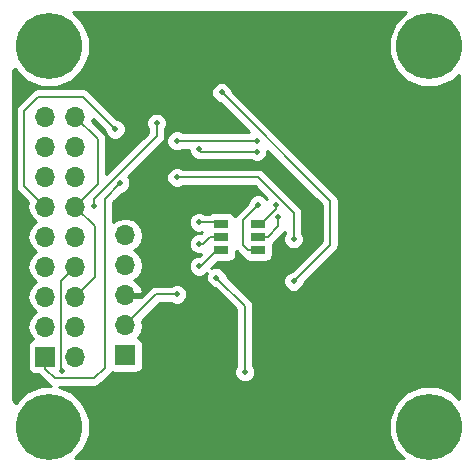
<source format=gbr>
G04 #@! TF.FileFunction,Copper,L2,Bot,Signal*
%FSLAX46Y46*%
G04 Gerber Fmt 4.6, Leading zero omitted, Abs format (unit mm)*
G04 Created by KiCad (PCBNEW 4.0.7) date Tuesday, 19 '19e' June '19e' 2018, 11:34:03*
%MOMM*%
%LPD*%
G01*
G04 APERTURE LIST*
%ADD10C,0.100000*%
%ADD11C,0.600000*%
%ADD12R,1.700000X1.700000*%
%ADD13O,1.700000X1.700000*%
%ADD14C,5.600000*%
%ADD15R,1.300000X0.700000*%
%ADD16C,0.500000*%
%ADD17C,0.200000*%
%ADD18C,0.254000*%
G04 APERTURE END LIST*
D10*
D11*
X153100000Y-97700000D03*
X157700000Y-100100000D03*
X154800000Y-93600000D03*
X140600000Y-85700000D03*
X148600000Y-88300000D03*
X154800000Y-83900000D03*
X159000000Y-89100000D03*
X154800000Y-116200000D03*
X158800000Y-110100000D03*
X153100000Y-108600000D03*
X150100000Y-103300000D03*
D12*
X130710745Y-109789517D03*
D13*
X133250745Y-109789517D03*
X130710745Y-107249517D03*
X133250745Y-107249517D03*
X130710745Y-104709517D03*
X133250745Y-104709517D03*
X130710745Y-102169517D03*
X133250745Y-102169517D03*
X130710745Y-99629517D03*
X133250745Y-99629517D03*
X130710745Y-97089517D03*
X133250745Y-97089517D03*
X130710745Y-94549517D03*
X133250745Y-94549517D03*
X130710745Y-92009517D03*
X133250745Y-92009517D03*
X130710745Y-89469517D03*
X133250745Y-89469517D03*
D11*
X148800000Y-112500000D03*
X139230745Y-111129517D03*
X146700000Y-106900000D03*
X139330745Y-108629517D03*
X138430745Y-97729517D03*
X139330745Y-102329517D03*
X140630745Y-93129517D03*
X160330745Y-118129517D03*
X165430745Y-112629517D03*
X165430745Y-86629517D03*
X160430745Y-80929517D03*
X160900000Y-96600000D03*
X133930745Y-80929517D03*
X128330745Y-86229517D03*
X128230745Y-113129517D03*
X134030745Y-118129517D03*
X145130745Y-110629517D03*
X153130745Y-100129517D03*
D14*
X131030745Y-83529517D03*
X163230745Y-83529517D03*
X163230745Y-115729517D03*
D15*
X145580745Y-100769517D03*
X145580745Y-99669517D03*
X145580745Y-98569517D03*
X148680745Y-98569517D03*
X148680745Y-99669517D03*
X148680745Y-100769517D03*
D12*
X137500745Y-109679517D03*
D13*
X137500745Y-107139517D03*
X137500745Y-104599517D03*
X137500745Y-102059517D03*
X137500745Y-99519517D03*
D14*
X131030745Y-115729517D03*
D11*
X142030745Y-114429517D03*
D16*
X143730745Y-102129517D03*
X143730745Y-100229517D03*
X143730745Y-98429517D03*
X150230745Y-96929517D03*
X150430745Y-97979517D03*
X148730745Y-96929517D03*
X132130745Y-111029517D03*
X141830745Y-94629517D03*
X151730745Y-99829517D03*
X137030745Y-95129517D03*
X141830745Y-91529517D03*
X148630745Y-91529517D03*
X136630745Y-90529517D03*
X140130745Y-90029517D03*
X134830745Y-97029517D03*
X143730745Y-92229517D03*
X148630745Y-92429517D03*
X151730745Y-103429517D03*
X145630745Y-87429517D03*
X141830745Y-104529517D03*
X147600000Y-111100000D03*
X145200000Y-103100000D03*
D17*
X145580745Y-100769517D02*
X145280745Y-100769517D01*
X145280745Y-100769517D02*
X143920745Y-102129517D01*
X143920745Y-102129517D02*
X143730745Y-102129517D01*
X143730745Y-100229517D02*
X144084298Y-100229517D01*
X144084298Y-100229517D02*
X144644298Y-99669517D01*
X144730745Y-99669517D02*
X145580745Y-99669517D01*
X144644298Y-99669517D02*
X144730745Y-99669517D01*
X143730745Y-98429517D02*
X145440745Y-98429517D01*
X145440745Y-98429517D02*
X145580745Y-98569517D01*
X148680745Y-98569517D02*
X148980745Y-98569517D01*
X148980745Y-98569517D02*
X150230745Y-97319517D01*
X150230745Y-97319517D02*
X150230745Y-96929517D01*
X148680745Y-99669517D02*
X149530745Y-99669517D01*
X149530745Y-99669517D02*
X150430745Y-98769517D01*
X150430745Y-98769517D02*
X150430745Y-97979517D01*
X147430745Y-100369517D02*
X147430745Y-98229517D01*
X147430745Y-98229517D02*
X148730745Y-96929517D01*
X148680745Y-100769517D02*
X147830745Y-100769517D01*
X147830745Y-100769517D02*
X147430745Y-100369517D01*
X132030745Y-103389517D02*
X132030745Y-110929517D01*
X132030745Y-110929517D02*
X132130745Y-111029517D01*
X133250745Y-102169517D02*
X132030745Y-103389517D01*
X151730745Y-99829517D02*
X151730745Y-97615515D01*
X151730745Y-97615515D02*
X148744747Y-94629517D01*
X148744747Y-94629517D02*
X141830745Y-94629517D01*
X135730745Y-110729517D02*
X135730745Y-96429517D01*
X135730745Y-96429517D02*
X137030745Y-95129517D01*
X134830745Y-111629517D02*
X135730745Y-110729517D01*
X131500745Y-111629517D02*
X134830745Y-111629517D01*
X130710745Y-109789517D02*
X130710745Y-110839517D01*
X130710745Y-110839517D02*
X131500745Y-111629517D01*
X148630745Y-91529517D02*
X141830745Y-91529517D01*
X130130745Y-87829517D02*
X133930745Y-87829517D01*
X133930745Y-87829517D02*
X136630745Y-90529517D01*
X128930745Y-89029517D02*
X130130745Y-87829517D01*
X128930745Y-95309517D02*
X128930745Y-89029517D01*
X130710745Y-97089517D02*
X128930745Y-95309517D01*
X134830745Y-96429517D02*
X140130745Y-91129517D01*
X140130745Y-91129517D02*
X140130745Y-90029517D01*
X134830745Y-97029517D02*
X134830745Y-96429517D01*
X148630745Y-92429517D02*
X143930745Y-92429517D01*
X143930745Y-92429517D02*
X143730745Y-92229517D01*
X154830745Y-97529517D02*
X154830745Y-96629517D01*
X154830745Y-96629517D02*
X145630745Y-87429517D01*
X154830745Y-97529517D02*
X154830745Y-100329517D01*
X154830745Y-100329517D02*
X151730745Y-103429517D01*
X141830745Y-104529517D02*
X140110745Y-104529517D01*
X140110745Y-104529517D02*
X137500745Y-107139517D01*
X135130745Y-95209517D02*
X135130745Y-91349517D01*
X135130745Y-91349517D02*
X133250745Y-89469517D01*
X133250745Y-97089517D02*
X135130745Y-95209517D01*
X134930745Y-103029517D02*
X134930745Y-98769517D01*
X134930745Y-98769517D02*
X133250745Y-97089517D01*
X133250745Y-104709517D02*
X134930745Y-103029517D01*
X145200000Y-103100000D02*
X147600000Y-105500000D01*
X147600000Y-105500000D02*
X147600000Y-111100000D01*
D18*
G36*
X160320391Y-81581205D02*
X159796342Y-82843256D01*
X159795150Y-84209783D01*
X160316995Y-85472746D01*
X161282433Y-86439871D01*
X162544484Y-86963920D01*
X163911011Y-86965112D01*
X165173974Y-86443267D01*
X165703745Y-85914420D01*
X165703745Y-113344768D01*
X165179057Y-112819163D01*
X163917006Y-112295114D01*
X162550479Y-112293922D01*
X161287516Y-112815767D01*
X160320391Y-113781205D01*
X159796342Y-115043256D01*
X159795150Y-116409783D01*
X160316995Y-117672746D01*
X161045493Y-118402517D01*
X133215145Y-118402517D01*
X133941099Y-117677829D01*
X134465148Y-116415778D01*
X134466340Y-115049251D01*
X133944495Y-113786288D01*
X132979057Y-112819163D01*
X131884147Y-112364517D01*
X134830745Y-112364517D01*
X135112017Y-112308568D01*
X135350468Y-112149240D01*
X136250468Y-111249241D01*
X136353539Y-111094985D01*
X136398855Y-111125948D01*
X136650745Y-111176957D01*
X138350745Y-111176957D01*
X138586062Y-111132679D01*
X138802186Y-110993607D01*
X138947176Y-110781407D01*
X138998185Y-110529517D01*
X138998185Y-108829517D01*
X138953907Y-108594200D01*
X138814835Y-108378076D01*
X138602635Y-108233086D01*
X138535204Y-108219431D01*
X138579892Y-108189571D01*
X138901799Y-107707802D01*
X139014838Y-107139517D01*
X138936089Y-106743619D01*
X140415192Y-105264517D01*
X141313975Y-105264517D01*
X141328778Y-105279346D01*
X141653935Y-105414363D01*
X142006010Y-105414670D01*
X142331402Y-105280221D01*
X142580574Y-105031484D01*
X142715591Y-104706327D01*
X142715898Y-104354252D01*
X142581449Y-104028860D01*
X142332712Y-103779688D01*
X142007555Y-103644671D01*
X141655480Y-103644364D01*
X141330088Y-103778813D01*
X141314357Y-103794517D01*
X140110745Y-103794517D01*
X139876139Y-103841184D01*
X139829472Y-103850466D01*
X139591021Y-104009794D01*
X138839346Y-104761470D01*
X138820900Y-104726517D01*
X137627745Y-104726517D01*
X137627745Y-104746517D01*
X137373745Y-104746517D01*
X137373745Y-104726517D01*
X137353745Y-104726517D01*
X137353745Y-104472517D01*
X137373745Y-104472517D01*
X137373745Y-104452517D01*
X137627745Y-104452517D01*
X137627745Y-104472517D01*
X138820900Y-104472517D01*
X138942221Y-104242627D01*
X138772390Y-103832593D01*
X138382103Y-103404334D01*
X138239192Y-103337219D01*
X138579892Y-103109571D01*
X138901799Y-102627802D01*
X139014838Y-102059517D01*
X138901799Y-101491232D01*
X138579892Y-101009463D01*
X138250719Y-100789517D01*
X138579892Y-100569571D01*
X138901799Y-100087802D01*
X139014838Y-99519517D01*
X138901799Y-98951232D01*
X138579892Y-98469463D01*
X138098123Y-98147556D01*
X137529838Y-98034517D01*
X137471652Y-98034517D01*
X136903367Y-98147556D01*
X136465745Y-98439965D01*
X136465745Y-96733963D01*
X137185057Y-96014652D01*
X137206010Y-96014670D01*
X137531402Y-95880221D01*
X137780574Y-95631484D01*
X137915591Y-95306327D01*
X137915898Y-94954252D01*
X137854139Y-94804782D01*
X140945592Y-94804782D01*
X141080041Y-95130174D01*
X141328778Y-95379346D01*
X141653935Y-95514363D01*
X142006010Y-95514670D01*
X142331402Y-95380221D01*
X142347133Y-95364517D01*
X148440301Y-95364517D01*
X149492135Y-96416351D01*
X149480916Y-96427550D01*
X149480688Y-96428098D01*
X149232712Y-96179688D01*
X148907555Y-96044671D01*
X148555480Y-96044364D01*
X148230088Y-96178813D01*
X147980916Y-96427550D01*
X147845899Y-96752707D01*
X147845880Y-96774936D01*
X146911022Y-97709794D01*
X146781788Y-97903205D01*
X146694835Y-97768076D01*
X146482635Y-97623086D01*
X146230745Y-97572077D01*
X144930745Y-97572077D01*
X144695428Y-97616355D01*
X144573961Y-97694517D01*
X144247515Y-97694517D01*
X144232712Y-97679688D01*
X143907555Y-97544671D01*
X143555480Y-97544364D01*
X143230088Y-97678813D01*
X142980916Y-97927550D01*
X142845899Y-98252707D01*
X142845592Y-98604782D01*
X142980041Y-98930174D01*
X143228778Y-99179346D01*
X143553935Y-99314363D01*
X143906010Y-99314670D01*
X143997502Y-99276866D01*
X143923201Y-99351168D01*
X143907555Y-99344671D01*
X143555480Y-99344364D01*
X143230088Y-99478813D01*
X142980916Y-99727550D01*
X142845899Y-100052707D01*
X142845592Y-100404782D01*
X142980041Y-100730174D01*
X143228778Y-100979346D01*
X143553935Y-101114363D01*
X143896154Y-101114661D01*
X143766268Y-101244548D01*
X143555480Y-101244364D01*
X143230088Y-101378813D01*
X142980916Y-101627550D01*
X142845899Y-101952707D01*
X142845592Y-102304782D01*
X142980041Y-102630174D01*
X143228778Y-102879346D01*
X143553935Y-103014363D01*
X143906010Y-103014670D01*
X144231402Y-102880221D01*
X144404923Y-102707003D01*
X144315154Y-102923190D01*
X144314847Y-103275265D01*
X144449296Y-103600657D01*
X144698033Y-103849829D01*
X145023190Y-103984846D01*
X145045419Y-103984865D01*
X146865000Y-105804447D01*
X146865000Y-110583230D01*
X146850171Y-110598033D01*
X146715154Y-110923190D01*
X146714847Y-111275265D01*
X146849296Y-111600657D01*
X147098033Y-111849829D01*
X147423190Y-111984846D01*
X147775265Y-111985153D01*
X148100657Y-111850704D01*
X148349829Y-111601967D01*
X148484846Y-111276810D01*
X148485153Y-110924735D01*
X148350704Y-110599343D01*
X148335000Y-110583612D01*
X148335000Y-105500000D01*
X148279051Y-105218728D01*
X148272262Y-105208568D01*
X148119724Y-104980277D01*
X146085135Y-102945689D01*
X146085153Y-102924735D01*
X145950704Y-102599343D01*
X145701967Y-102350171D01*
X145376810Y-102215154D01*
X145024735Y-102214847D01*
X144769330Y-102320378D01*
X145322752Y-101766957D01*
X146230745Y-101766957D01*
X146466062Y-101722679D01*
X146682186Y-101583607D01*
X146827176Y-101371407D01*
X146878185Y-101119517D01*
X146878185Y-100840096D01*
X146911022Y-100889240D01*
X147311021Y-101289240D01*
X147441457Y-101376394D01*
X147566655Y-101570958D01*
X147778855Y-101715948D01*
X148030745Y-101766957D01*
X149330745Y-101766957D01*
X149566062Y-101722679D01*
X149782186Y-101583607D01*
X149927176Y-101371407D01*
X149978185Y-101119517D01*
X149978185Y-100419517D01*
X149947768Y-100257862D01*
X150050468Y-100189240D01*
X150950468Y-99289241D01*
X150995745Y-99221479D01*
X150995745Y-99312747D01*
X150980916Y-99327550D01*
X150845899Y-99652707D01*
X150845592Y-100004782D01*
X150980041Y-100330174D01*
X151228778Y-100579346D01*
X151553935Y-100714363D01*
X151906010Y-100714670D01*
X152231402Y-100580221D01*
X152480574Y-100331484D01*
X152615591Y-100006327D01*
X152615898Y-99654252D01*
X152481449Y-99328860D01*
X152465745Y-99313129D01*
X152465745Y-97615515D01*
X152409796Y-97334243D01*
X152394125Y-97310789D01*
X152250469Y-97095792D01*
X149264470Y-94109794D01*
X149026019Y-93950466D01*
X148744747Y-93894517D01*
X142347515Y-93894517D01*
X142332712Y-93879688D01*
X142007555Y-93744671D01*
X141655480Y-93744364D01*
X141330088Y-93878813D01*
X141080916Y-94127550D01*
X140945899Y-94452707D01*
X140945592Y-94804782D01*
X137854139Y-94804782D01*
X137781449Y-94628860D01*
X137726197Y-94573511D01*
X140594926Y-91704782D01*
X140945592Y-91704782D01*
X141080041Y-92030174D01*
X141328778Y-92279346D01*
X141653935Y-92414363D01*
X142006010Y-92414670D01*
X142331402Y-92280221D01*
X142347133Y-92264517D01*
X142845714Y-92264517D01*
X142845592Y-92404782D01*
X142980041Y-92730174D01*
X143228778Y-92979346D01*
X143553935Y-93114363D01*
X143679155Y-93114472D01*
X143930745Y-93164517D01*
X148113975Y-93164517D01*
X148128778Y-93179346D01*
X148453935Y-93314363D01*
X148806010Y-93314670D01*
X149131402Y-93180221D01*
X149380574Y-92931484D01*
X149515591Y-92606327D01*
X149515811Y-92354029D01*
X154095745Y-96933964D01*
X154095745Y-100025070D01*
X151576434Y-102544382D01*
X151555480Y-102544364D01*
X151230088Y-102678813D01*
X150980916Y-102927550D01*
X150845899Y-103252707D01*
X150845592Y-103604782D01*
X150980041Y-103930174D01*
X151228778Y-104179346D01*
X151553935Y-104314363D01*
X151906010Y-104314670D01*
X152231402Y-104180221D01*
X152480574Y-103931484D01*
X152615591Y-103606327D01*
X152615610Y-103584098D01*
X155350468Y-100849241D01*
X155509796Y-100610789D01*
X155530129Y-100508568D01*
X155565745Y-100329517D01*
X155565745Y-96629517D01*
X155509796Y-96348245D01*
X155463403Y-96278813D01*
X155350469Y-96109794D01*
X146515880Y-87275206D01*
X146515898Y-87254252D01*
X146381449Y-86928860D01*
X146132712Y-86679688D01*
X145807555Y-86544671D01*
X145455480Y-86544364D01*
X145130088Y-86678813D01*
X144880916Y-86927550D01*
X144745899Y-87252707D01*
X144745592Y-87604782D01*
X144880041Y-87930174D01*
X145128778Y-88179346D01*
X145453935Y-88314363D01*
X145476164Y-88314382D01*
X147956299Y-90794517D01*
X142347515Y-90794517D01*
X142332712Y-90779688D01*
X142007555Y-90644671D01*
X141655480Y-90644364D01*
X141330088Y-90778813D01*
X141080916Y-91027550D01*
X140945899Y-91352707D01*
X140945592Y-91704782D01*
X140594926Y-91704782D01*
X140650469Y-91649240D01*
X140809796Y-91410789D01*
X140823009Y-91344364D01*
X140865745Y-91129517D01*
X140865745Y-90546287D01*
X140880574Y-90531484D01*
X141015591Y-90206327D01*
X141015898Y-89854252D01*
X140881449Y-89528860D01*
X140632712Y-89279688D01*
X140307555Y-89144671D01*
X139955480Y-89144364D01*
X139630088Y-89278813D01*
X139380916Y-89527550D01*
X139245899Y-89852707D01*
X139245592Y-90204782D01*
X139380041Y-90530174D01*
X139395745Y-90545905D01*
X139395745Y-90825070D01*
X135865745Y-94355071D01*
X135865745Y-91349517D01*
X135809796Y-91068245D01*
X135809796Y-91068244D01*
X135650468Y-90829793D01*
X134686089Y-89865415D01*
X134726091Y-89664310D01*
X135745610Y-90683829D01*
X135745592Y-90704782D01*
X135880041Y-91030174D01*
X136128778Y-91279346D01*
X136453935Y-91414363D01*
X136806010Y-91414670D01*
X137131402Y-91280221D01*
X137380574Y-91031484D01*
X137515591Y-90706327D01*
X137515898Y-90354252D01*
X137381449Y-90028860D01*
X137132712Y-89779688D01*
X136807555Y-89644671D01*
X136785326Y-89644652D01*
X134450468Y-87309794D01*
X134212017Y-87150466D01*
X134200851Y-87148245D01*
X133930745Y-87094517D01*
X130130745Y-87094517D01*
X129860639Y-87148245D01*
X129849473Y-87150466D01*
X129611021Y-87309794D01*
X128411022Y-88509794D01*
X128251694Y-88748245D01*
X128195745Y-89029517D01*
X128195745Y-95309517D01*
X128231803Y-95490789D01*
X128251694Y-95590789D01*
X128411022Y-95829240D01*
X129275401Y-96693619D01*
X129196652Y-97089517D01*
X129309691Y-97657802D01*
X129631598Y-98139571D01*
X129960771Y-98359517D01*
X129631598Y-98579463D01*
X129309691Y-99061232D01*
X129196652Y-99629517D01*
X129309691Y-100197802D01*
X129631598Y-100679571D01*
X129960771Y-100899517D01*
X129631598Y-101119463D01*
X129309691Y-101601232D01*
X129196652Y-102169517D01*
X129309691Y-102737802D01*
X129631598Y-103219571D01*
X129960771Y-103439517D01*
X129631598Y-103659463D01*
X129309691Y-104141232D01*
X129196652Y-104709517D01*
X129309691Y-105277802D01*
X129631598Y-105759571D01*
X129960771Y-105979517D01*
X129631598Y-106199463D01*
X129309691Y-106681232D01*
X129196652Y-107249517D01*
X129309691Y-107817802D01*
X129631598Y-108299571D01*
X129673197Y-108327367D01*
X129625428Y-108336355D01*
X129409304Y-108475427D01*
X129264314Y-108687627D01*
X129213305Y-108939517D01*
X129213305Y-110639517D01*
X129257583Y-110874834D01*
X129396655Y-111090958D01*
X129608855Y-111235948D01*
X129860745Y-111286957D01*
X130142724Y-111286957D01*
X130191022Y-111359240D01*
X130981022Y-112149241D01*
X131198661Y-112294662D01*
X130350479Y-112293922D01*
X129087516Y-112815767D01*
X128191277Y-113710443D01*
X127957745Y-113476911D01*
X127957745Y-85582123D01*
X128102413Y-85437455D01*
X128116995Y-85472746D01*
X129082433Y-86439871D01*
X130344484Y-86963920D01*
X131711011Y-86965112D01*
X132973974Y-86443267D01*
X133941099Y-85477829D01*
X134465148Y-84215778D01*
X134466340Y-82849251D01*
X133944495Y-81586288D01*
X133016346Y-80656517D01*
X161246695Y-80656517D01*
X160320391Y-81581205D01*
X160320391Y-81581205D01*
G37*
X160320391Y-81581205D02*
X159796342Y-82843256D01*
X159795150Y-84209783D01*
X160316995Y-85472746D01*
X161282433Y-86439871D01*
X162544484Y-86963920D01*
X163911011Y-86965112D01*
X165173974Y-86443267D01*
X165703745Y-85914420D01*
X165703745Y-113344768D01*
X165179057Y-112819163D01*
X163917006Y-112295114D01*
X162550479Y-112293922D01*
X161287516Y-112815767D01*
X160320391Y-113781205D01*
X159796342Y-115043256D01*
X159795150Y-116409783D01*
X160316995Y-117672746D01*
X161045493Y-118402517D01*
X133215145Y-118402517D01*
X133941099Y-117677829D01*
X134465148Y-116415778D01*
X134466340Y-115049251D01*
X133944495Y-113786288D01*
X132979057Y-112819163D01*
X131884147Y-112364517D01*
X134830745Y-112364517D01*
X135112017Y-112308568D01*
X135350468Y-112149240D01*
X136250468Y-111249241D01*
X136353539Y-111094985D01*
X136398855Y-111125948D01*
X136650745Y-111176957D01*
X138350745Y-111176957D01*
X138586062Y-111132679D01*
X138802186Y-110993607D01*
X138947176Y-110781407D01*
X138998185Y-110529517D01*
X138998185Y-108829517D01*
X138953907Y-108594200D01*
X138814835Y-108378076D01*
X138602635Y-108233086D01*
X138535204Y-108219431D01*
X138579892Y-108189571D01*
X138901799Y-107707802D01*
X139014838Y-107139517D01*
X138936089Y-106743619D01*
X140415192Y-105264517D01*
X141313975Y-105264517D01*
X141328778Y-105279346D01*
X141653935Y-105414363D01*
X142006010Y-105414670D01*
X142331402Y-105280221D01*
X142580574Y-105031484D01*
X142715591Y-104706327D01*
X142715898Y-104354252D01*
X142581449Y-104028860D01*
X142332712Y-103779688D01*
X142007555Y-103644671D01*
X141655480Y-103644364D01*
X141330088Y-103778813D01*
X141314357Y-103794517D01*
X140110745Y-103794517D01*
X139876139Y-103841184D01*
X139829472Y-103850466D01*
X139591021Y-104009794D01*
X138839346Y-104761470D01*
X138820900Y-104726517D01*
X137627745Y-104726517D01*
X137627745Y-104746517D01*
X137373745Y-104746517D01*
X137373745Y-104726517D01*
X137353745Y-104726517D01*
X137353745Y-104472517D01*
X137373745Y-104472517D01*
X137373745Y-104452517D01*
X137627745Y-104452517D01*
X137627745Y-104472517D01*
X138820900Y-104472517D01*
X138942221Y-104242627D01*
X138772390Y-103832593D01*
X138382103Y-103404334D01*
X138239192Y-103337219D01*
X138579892Y-103109571D01*
X138901799Y-102627802D01*
X139014838Y-102059517D01*
X138901799Y-101491232D01*
X138579892Y-101009463D01*
X138250719Y-100789517D01*
X138579892Y-100569571D01*
X138901799Y-100087802D01*
X139014838Y-99519517D01*
X138901799Y-98951232D01*
X138579892Y-98469463D01*
X138098123Y-98147556D01*
X137529838Y-98034517D01*
X137471652Y-98034517D01*
X136903367Y-98147556D01*
X136465745Y-98439965D01*
X136465745Y-96733963D01*
X137185057Y-96014652D01*
X137206010Y-96014670D01*
X137531402Y-95880221D01*
X137780574Y-95631484D01*
X137915591Y-95306327D01*
X137915898Y-94954252D01*
X137854139Y-94804782D01*
X140945592Y-94804782D01*
X141080041Y-95130174D01*
X141328778Y-95379346D01*
X141653935Y-95514363D01*
X142006010Y-95514670D01*
X142331402Y-95380221D01*
X142347133Y-95364517D01*
X148440301Y-95364517D01*
X149492135Y-96416351D01*
X149480916Y-96427550D01*
X149480688Y-96428098D01*
X149232712Y-96179688D01*
X148907555Y-96044671D01*
X148555480Y-96044364D01*
X148230088Y-96178813D01*
X147980916Y-96427550D01*
X147845899Y-96752707D01*
X147845880Y-96774936D01*
X146911022Y-97709794D01*
X146781788Y-97903205D01*
X146694835Y-97768076D01*
X146482635Y-97623086D01*
X146230745Y-97572077D01*
X144930745Y-97572077D01*
X144695428Y-97616355D01*
X144573961Y-97694517D01*
X144247515Y-97694517D01*
X144232712Y-97679688D01*
X143907555Y-97544671D01*
X143555480Y-97544364D01*
X143230088Y-97678813D01*
X142980916Y-97927550D01*
X142845899Y-98252707D01*
X142845592Y-98604782D01*
X142980041Y-98930174D01*
X143228778Y-99179346D01*
X143553935Y-99314363D01*
X143906010Y-99314670D01*
X143997502Y-99276866D01*
X143923201Y-99351168D01*
X143907555Y-99344671D01*
X143555480Y-99344364D01*
X143230088Y-99478813D01*
X142980916Y-99727550D01*
X142845899Y-100052707D01*
X142845592Y-100404782D01*
X142980041Y-100730174D01*
X143228778Y-100979346D01*
X143553935Y-101114363D01*
X143896154Y-101114661D01*
X143766268Y-101244548D01*
X143555480Y-101244364D01*
X143230088Y-101378813D01*
X142980916Y-101627550D01*
X142845899Y-101952707D01*
X142845592Y-102304782D01*
X142980041Y-102630174D01*
X143228778Y-102879346D01*
X143553935Y-103014363D01*
X143906010Y-103014670D01*
X144231402Y-102880221D01*
X144404923Y-102707003D01*
X144315154Y-102923190D01*
X144314847Y-103275265D01*
X144449296Y-103600657D01*
X144698033Y-103849829D01*
X145023190Y-103984846D01*
X145045419Y-103984865D01*
X146865000Y-105804447D01*
X146865000Y-110583230D01*
X146850171Y-110598033D01*
X146715154Y-110923190D01*
X146714847Y-111275265D01*
X146849296Y-111600657D01*
X147098033Y-111849829D01*
X147423190Y-111984846D01*
X147775265Y-111985153D01*
X148100657Y-111850704D01*
X148349829Y-111601967D01*
X148484846Y-111276810D01*
X148485153Y-110924735D01*
X148350704Y-110599343D01*
X148335000Y-110583612D01*
X148335000Y-105500000D01*
X148279051Y-105218728D01*
X148272262Y-105208568D01*
X148119724Y-104980277D01*
X146085135Y-102945689D01*
X146085153Y-102924735D01*
X145950704Y-102599343D01*
X145701967Y-102350171D01*
X145376810Y-102215154D01*
X145024735Y-102214847D01*
X144769330Y-102320378D01*
X145322752Y-101766957D01*
X146230745Y-101766957D01*
X146466062Y-101722679D01*
X146682186Y-101583607D01*
X146827176Y-101371407D01*
X146878185Y-101119517D01*
X146878185Y-100840096D01*
X146911022Y-100889240D01*
X147311021Y-101289240D01*
X147441457Y-101376394D01*
X147566655Y-101570958D01*
X147778855Y-101715948D01*
X148030745Y-101766957D01*
X149330745Y-101766957D01*
X149566062Y-101722679D01*
X149782186Y-101583607D01*
X149927176Y-101371407D01*
X149978185Y-101119517D01*
X149978185Y-100419517D01*
X149947768Y-100257862D01*
X150050468Y-100189240D01*
X150950468Y-99289241D01*
X150995745Y-99221479D01*
X150995745Y-99312747D01*
X150980916Y-99327550D01*
X150845899Y-99652707D01*
X150845592Y-100004782D01*
X150980041Y-100330174D01*
X151228778Y-100579346D01*
X151553935Y-100714363D01*
X151906010Y-100714670D01*
X152231402Y-100580221D01*
X152480574Y-100331484D01*
X152615591Y-100006327D01*
X152615898Y-99654252D01*
X152481449Y-99328860D01*
X152465745Y-99313129D01*
X152465745Y-97615515D01*
X152409796Y-97334243D01*
X152394125Y-97310789D01*
X152250469Y-97095792D01*
X149264470Y-94109794D01*
X149026019Y-93950466D01*
X148744747Y-93894517D01*
X142347515Y-93894517D01*
X142332712Y-93879688D01*
X142007555Y-93744671D01*
X141655480Y-93744364D01*
X141330088Y-93878813D01*
X141080916Y-94127550D01*
X140945899Y-94452707D01*
X140945592Y-94804782D01*
X137854139Y-94804782D01*
X137781449Y-94628860D01*
X137726197Y-94573511D01*
X140594926Y-91704782D01*
X140945592Y-91704782D01*
X141080041Y-92030174D01*
X141328778Y-92279346D01*
X141653935Y-92414363D01*
X142006010Y-92414670D01*
X142331402Y-92280221D01*
X142347133Y-92264517D01*
X142845714Y-92264517D01*
X142845592Y-92404782D01*
X142980041Y-92730174D01*
X143228778Y-92979346D01*
X143553935Y-93114363D01*
X143679155Y-93114472D01*
X143930745Y-93164517D01*
X148113975Y-93164517D01*
X148128778Y-93179346D01*
X148453935Y-93314363D01*
X148806010Y-93314670D01*
X149131402Y-93180221D01*
X149380574Y-92931484D01*
X149515591Y-92606327D01*
X149515811Y-92354029D01*
X154095745Y-96933964D01*
X154095745Y-100025070D01*
X151576434Y-102544382D01*
X151555480Y-102544364D01*
X151230088Y-102678813D01*
X150980916Y-102927550D01*
X150845899Y-103252707D01*
X150845592Y-103604782D01*
X150980041Y-103930174D01*
X151228778Y-104179346D01*
X151553935Y-104314363D01*
X151906010Y-104314670D01*
X152231402Y-104180221D01*
X152480574Y-103931484D01*
X152615591Y-103606327D01*
X152615610Y-103584098D01*
X155350468Y-100849241D01*
X155509796Y-100610789D01*
X155530129Y-100508568D01*
X155565745Y-100329517D01*
X155565745Y-96629517D01*
X155509796Y-96348245D01*
X155463403Y-96278813D01*
X155350469Y-96109794D01*
X146515880Y-87275206D01*
X146515898Y-87254252D01*
X146381449Y-86928860D01*
X146132712Y-86679688D01*
X145807555Y-86544671D01*
X145455480Y-86544364D01*
X145130088Y-86678813D01*
X144880916Y-86927550D01*
X144745899Y-87252707D01*
X144745592Y-87604782D01*
X144880041Y-87930174D01*
X145128778Y-88179346D01*
X145453935Y-88314363D01*
X145476164Y-88314382D01*
X147956299Y-90794517D01*
X142347515Y-90794517D01*
X142332712Y-90779688D01*
X142007555Y-90644671D01*
X141655480Y-90644364D01*
X141330088Y-90778813D01*
X141080916Y-91027550D01*
X140945899Y-91352707D01*
X140945592Y-91704782D01*
X140594926Y-91704782D01*
X140650469Y-91649240D01*
X140809796Y-91410789D01*
X140823009Y-91344364D01*
X140865745Y-91129517D01*
X140865745Y-90546287D01*
X140880574Y-90531484D01*
X141015591Y-90206327D01*
X141015898Y-89854252D01*
X140881449Y-89528860D01*
X140632712Y-89279688D01*
X140307555Y-89144671D01*
X139955480Y-89144364D01*
X139630088Y-89278813D01*
X139380916Y-89527550D01*
X139245899Y-89852707D01*
X139245592Y-90204782D01*
X139380041Y-90530174D01*
X139395745Y-90545905D01*
X139395745Y-90825070D01*
X135865745Y-94355071D01*
X135865745Y-91349517D01*
X135809796Y-91068245D01*
X135809796Y-91068244D01*
X135650468Y-90829793D01*
X134686089Y-89865415D01*
X134726091Y-89664310D01*
X135745610Y-90683829D01*
X135745592Y-90704782D01*
X135880041Y-91030174D01*
X136128778Y-91279346D01*
X136453935Y-91414363D01*
X136806010Y-91414670D01*
X137131402Y-91280221D01*
X137380574Y-91031484D01*
X137515591Y-90706327D01*
X137515898Y-90354252D01*
X137381449Y-90028860D01*
X137132712Y-89779688D01*
X136807555Y-89644671D01*
X136785326Y-89644652D01*
X134450468Y-87309794D01*
X134212017Y-87150466D01*
X134200851Y-87148245D01*
X133930745Y-87094517D01*
X130130745Y-87094517D01*
X129860639Y-87148245D01*
X129849473Y-87150466D01*
X129611021Y-87309794D01*
X128411022Y-88509794D01*
X128251694Y-88748245D01*
X128195745Y-89029517D01*
X128195745Y-95309517D01*
X128231803Y-95490789D01*
X128251694Y-95590789D01*
X128411022Y-95829240D01*
X129275401Y-96693619D01*
X129196652Y-97089517D01*
X129309691Y-97657802D01*
X129631598Y-98139571D01*
X129960771Y-98359517D01*
X129631598Y-98579463D01*
X129309691Y-99061232D01*
X129196652Y-99629517D01*
X129309691Y-100197802D01*
X129631598Y-100679571D01*
X129960771Y-100899517D01*
X129631598Y-101119463D01*
X129309691Y-101601232D01*
X129196652Y-102169517D01*
X129309691Y-102737802D01*
X129631598Y-103219571D01*
X129960771Y-103439517D01*
X129631598Y-103659463D01*
X129309691Y-104141232D01*
X129196652Y-104709517D01*
X129309691Y-105277802D01*
X129631598Y-105759571D01*
X129960771Y-105979517D01*
X129631598Y-106199463D01*
X129309691Y-106681232D01*
X129196652Y-107249517D01*
X129309691Y-107817802D01*
X129631598Y-108299571D01*
X129673197Y-108327367D01*
X129625428Y-108336355D01*
X129409304Y-108475427D01*
X129264314Y-108687627D01*
X129213305Y-108939517D01*
X129213305Y-110639517D01*
X129257583Y-110874834D01*
X129396655Y-111090958D01*
X129608855Y-111235948D01*
X129860745Y-111286957D01*
X130142724Y-111286957D01*
X130191022Y-111359240D01*
X130981022Y-112149241D01*
X131198661Y-112294662D01*
X130350479Y-112293922D01*
X129087516Y-112815767D01*
X128191277Y-113710443D01*
X127957745Y-113476911D01*
X127957745Y-85582123D01*
X128102413Y-85437455D01*
X128116995Y-85472746D01*
X129082433Y-86439871D01*
X130344484Y-86963920D01*
X131711011Y-86965112D01*
X132973974Y-86443267D01*
X133941099Y-85477829D01*
X134465148Y-84215778D01*
X134466340Y-82849251D01*
X133944495Y-81586288D01*
X133016346Y-80656517D01*
X161246695Y-80656517D01*
X160320391Y-81581205D01*
M02*

</source>
